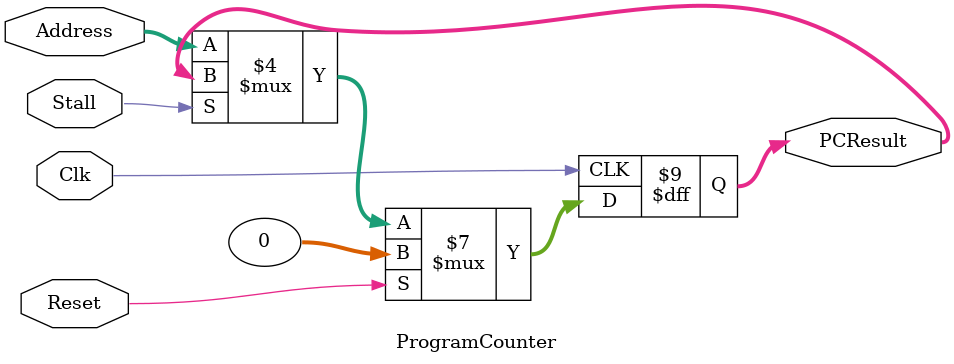
<source format=v>
`timescale 1ns / 1ps


module ProgramCounter(Address, PCResult, Reset, Clk, Stall);

	input [31:0] Address;
	input Reset, Clk, Stall;

	output reg [31:0] PCResult;
	
	initial begin
	   PCResult <= 32'b0;
	end

    always@(posedge Clk) begin
        if(Reset) begin
            PCResult <=  32'b0;
        end
        else if (~Stall) begin
            PCResult <= Address;
        end
    end
    
endmodule
</source>
